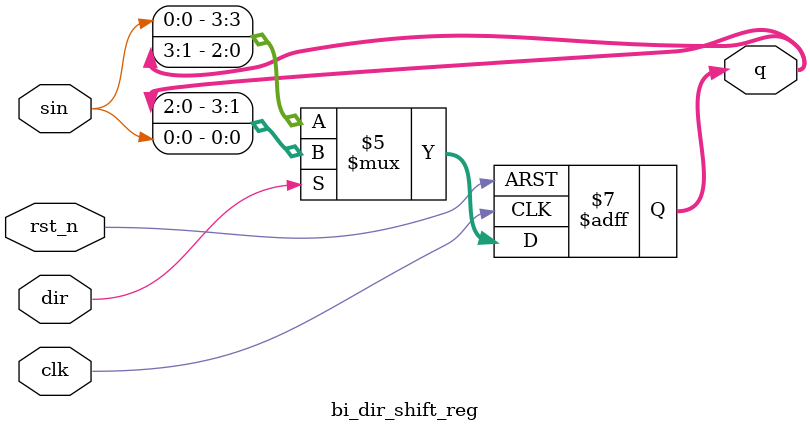
<source format=v>
module bi_dir_shift_reg (
  input clk,
  input rst_n,
  input dir,             // Direction: 0 = right shift, 1 = left shift
  input sin,             // Serial input (for shifting)
  output reg [3:0] q     // 4-bit shift register output
);
  always @(posedge clk or negedge rst_n) begin
    if (!rst_n)
      q <= 4'b0000;
    else begin
      if (dir == 1'b0)
        q <= {sin, q[3:1]};   // Right shift
      else
        q <= {q[2:0], sin};   // Left shift
    end
  end
endmodule

</source>
